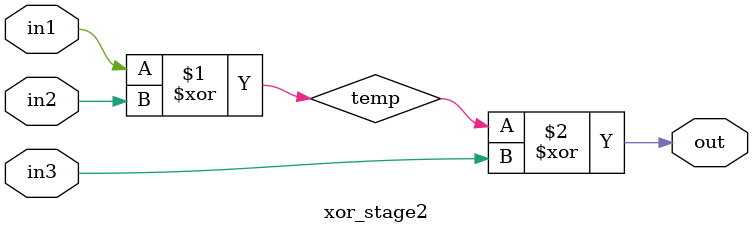
<source format=sv>
module xor2_17 (
    input wire A, B, C, D,
    output wire Y
);
    wire stage1_out;
    
    // 实例化两个2输入XOR子模块
    xor_stage1 stage1_inst (
        .in1(A),
        .in2(B),
        .out(stage1_out)
    );
    
    xor_stage2 stage2_inst (
        .in1(stage1_out),
        .in2(C),
        .in3(D),
        .out(Y)
    );
endmodule

// 第一级XOR子模块，处理前两个输入
module xor_stage1 (
    input wire in1, in2,
    output wire out
);
    // 优化的XOR逻辑实现
    assign out = in1 ^ in2;
endmodule

// 第二级XOR子模块，处理剩余输入
module xor_stage2 (
    input wire in1, in2, in3,
    output wire out
);
    // 优化的三输入XOR实现
    // 分解为两个XOR操作以优化关键路径
    wire temp;
    
    assign temp = in1 ^ in2;
    assign out = temp ^ in3;
endmodule
</source>
